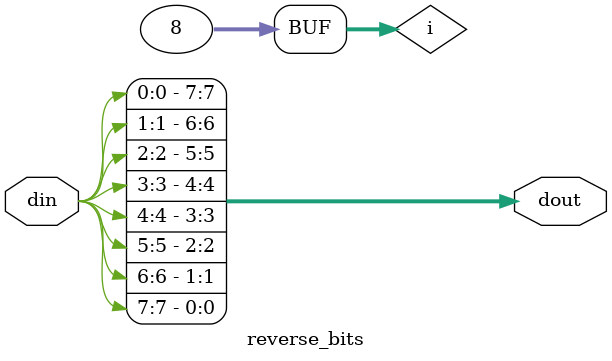
<source format=v>


module reverse_bits #(parameter W=8)(
	input wire [W-1:0] din,
	output reg [W-1:0] dout
);

integer i;

always @ (*) begin

 for (i=0; i<W; i=i+1) begin
	dout[i]=din[(W-1)-i];
 end

end



endmodule

</source>
